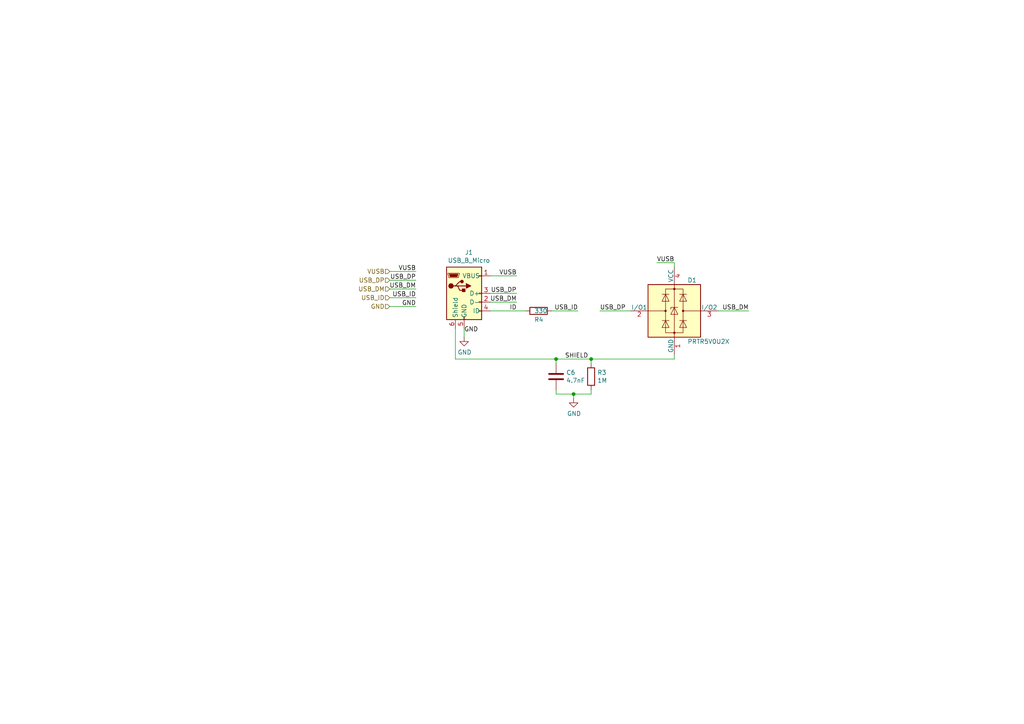
<source format=kicad_sch>
(kicad_sch (version 20200512) (host eeschema "5.99.0-unknown-57e35c9~88~ubuntu19.10.1")
  (page 2 7)
  (paper "A4")
  (lib_symbols
    (symbol "Connector:USB_B_Micro"
      (property "Reference" "J" (at -5.08 11.43 0))
      (property "Value" "USB_B_Micro" (at -5.08 8.89 0))
      (symbol "USB_B_Micro_0_1"
        (circle (center -3.81 2.159) (radius 0.635) (stroke (width 0.254)) (fill (type outline)))
        (circle (center -0.635 3.429) (radius 0.381) (stroke (width 0.254)) (fill (type outline)))
        (rectangle (start -5.08 -7.62) (end 5.08 7.62) (stroke (width 0.254)) (fill (type background)))
        (rectangle (start -0.127 -7.62) (end 0.127 -6.858))
        (rectangle (start 0.254 1.27) (end -0.508 0.508) (stroke (width 0.254)) (fill (type outline)))
        (rectangle (start 5.08 -5.207) (end 4.318 -4.953))
        (rectangle (start 5.08 -2.667) (end 4.318 -2.413))
        (rectangle (start 5.08 -0.127) (end 4.318 0.127))
        (rectangle (start 5.08 4.953) (end 4.318 5.207))
        (polyline (pts (xy -1.905 2.159) (xy 0.635 2.159)) (stroke (width 0.254)))
        (polyline (pts (xy -3.175 2.159) (xy -2.54 2.159) (xy -1.27 3.429) (xy -0.635 3.429)) (stroke (width 0.254)))
        (polyline (pts (xy -2.54 2.159) (xy -1.905 2.159) (xy -1.27 0.889) (xy 0 0.889)) (stroke (width 0.254)))
        (polyline (pts (xy 0.635 2.794) (xy 0.635 1.524) (xy 1.905 2.159) (xy 0.635 2.794)) (stroke (width 0.254)) (fill (type outline)))
        (polyline (pts (xy -4.318 5.588) (xy -1.778 5.588) (xy -2.032 4.826) (xy -4.064 4.826) (xy -4.318 5.588)) (fill (type outline)))
        (polyline (pts (xy -4.699 5.842) (xy -4.699 5.588) (xy -4.445 4.826) (xy -4.445 4.572) (xy -1.651 4.572) (xy -1.651 4.826) (xy -1.397 5.588) (xy -1.397 5.842) (xy -4.699 5.842)))
      )
      (symbol "USB_B_Micro_1_1"
        (pin power_out line (at 7.62 5.08 180) (length 2.54) (name "VBUS") (number "1"))
        (pin passive line (at 7.62 -2.54 180) (length 2.54) (name "D-") (number "2"))
        (pin passive line (at 7.62 0 180) (length 2.54) (name "D+") (number "3"))
        (pin passive line (at 7.62 -5.08 180) (length 2.54) (name "ID") (number "4"))
        (pin power_out line (at 0 -10.16 90) (length 2.54) (name "GND") (number "5"))
        (pin passive line (at -2.54 -10.16 90) (length 2.54) (name "Shield") (number "6"))
      )
    )
    (symbol "Device:C" (pin_numbers hide) (pin_names (offset 0.254))
      (property "Reference" "C" (at 0.635 2.54 0))
      (property "Value" "C" (at 0.635 -2.54 0))
      (symbol "C_0_1"
        (polyline (pts (xy -2.032 -0.762) (xy 2.032 -0.762)) (stroke (width 0.508)))
        (polyline (pts (xy -2.032 0.762) (xy 2.032 0.762)) (stroke (width 0.508)))
      )
      (symbol "C_1_1"
        (pin passive line (at 0 3.81 270) (length 2.794) (name "~") (number "1"))
        (pin passive line (at 0 -3.81 90) (length 2.794) (name "~") (number "2"))
      )
    )
    (symbol "Device:R" (pin_numbers hide) (pin_names (offset 0))
      (property "Reference" "R" (at 2.032 0 90))
      (property "Value" "R" (at 0 0 90))
      (symbol "R_0_1"
        (rectangle (start -1.016 -2.54) (end 1.016 2.54) (stroke (width 0.254)))
      )
      (symbol "R_1_1"
        (pin passive line (at 0 3.81 270) (length 1.27) (name "~") (number "1"))
        (pin passive line (at 0 -3.81 90) (length 1.27) (name "~") (number "2"))
      )
    )
    (symbol "Power_Protection:PRTR5V0U2X" (pin_names (offset 0))
      (property "Reference" "D" (at 2.794 8.636 0))
      (property "Value" "PRTR5V0U2X" (at 8.128 -9.398 0))
      (symbol "PRTR5V0U2X_0_1"
        (circle (center -2.54 0) (radius 0.254) (fill (type outline)))
        (circle (center 0 -6.35) (radius 0.254) (fill (type outline)))
        (circle (center 0 6.35) (radius 0.254) (fill (type outline)))
        (circle (center 2.54 0) (radius 0.254) (fill (type outline)))
        (rectangle (start -7.62 -7.62) (end 7.62 7.62) (stroke (width 0.254)) (fill (type background)))
        (rectangle (start -2.54 6.35) (end 2.54 -6.35))
        (polyline (pts (xy -2.54 0) (xy -7.62 0)))
        (polyline (pts (xy -1.524 -2.794) (xy -3.556 -2.794)))
        (polyline (pts (xy -1.524 4.826) (xy -3.556 4.826)))
        (polyline (pts (xy 0 -7.62) (xy 0 7.62)))
        (polyline (pts (xy 1.524 -2.794) (xy 3.556 -2.794)))
        (polyline (pts (xy 1.524 4.826) (xy 3.556 4.826)))
        (polyline (pts (xy 2.54 0) (xy 7.62 0)))
        (polyline (pts (xy 1.016 1.016) (xy -1.016 1.016) (xy -1.016 0.508)))
        (polyline (pts (xy -3.556 -4.826) (xy -1.524 -4.826) (xy -2.54 -2.794) (xy -3.556 -4.826)))
        (polyline (pts (xy -3.556 2.794) (xy -1.524 2.794) (xy -2.54 4.826) (xy -3.556 2.794)))
        (polyline (pts (xy -1.016 -1.016) (xy 1.016 -1.016) (xy 0 1.016) (xy -1.016 -1.016)))
        (polyline (pts (xy 3.556 -4.826) (xy 1.524 -4.826) (xy 2.54 -2.794) (xy 3.556 -4.826)))
        (polyline (pts (xy 3.556 2.794) (xy 1.524 2.794) (xy 2.54 4.826) (xy 3.556 2.794)))
      )
      (symbol "PRTR5V0U2X_1_1"
        (pin passive line (at 0 -12.7 90) (length 5.08) (name "GND") (number "1"))
        (pin passive line (at -12.7 0 0) (length 5.08) (name "I/O1") (number "2"))
        (pin passive line (at 12.7 0 180) (length 5.08) (name "I/O2") (number "3"))
        (pin passive line (at 0 12.7 270) (length 5.08) (name "VCC") (number "4"))
      )
    )
    (symbol "power:GND" (power) (pin_names (offset 0))
      (property "Value" "GND" (at 0 -3.81 0))
      (symbol "GND_0_1"
        (polyline (pts (xy 0 0) (xy 0 -1.27) (xy 1.27 -1.27) (xy 0 -2.54) (xy -1.27 -1.27) (xy 0 -1.27)))
      )
      (symbol "GND_1_1"
        (pin power_in line (at 0 0 270) (length 0) hide (name "GND") (number "1"))
      )
    )
  )
  (junction (at 161.29 104.14))
  (junction (at 166.37 114.3))
  (junction (at 171.45 104.14))
  (wire (pts (xy 113.03 78.74) (xy 120.65 78.74)))
  (wire (pts (xy 113.03 83.82) (xy 120.65 83.82)))
  (wire (pts (xy 113.03 86.36) (xy 120.65 86.36)))
  (wire (pts (xy 113.03 88.9) (xy 120.65 88.9)))
  (wire (pts (xy 120.65 81.28) (xy 113.03 81.28)))
  (wire (pts (xy 132.08 95.25) (xy 132.08 104.14)))
  (wire (pts (xy 134.62 95.25) (xy 134.62 97.79)))
  (wire (pts (xy 142.24 80.01) (xy 149.86 80.01)))
  (wire (pts (xy 142.24 85.09) (xy 149.86 85.09)))
  (wire (pts (xy 142.24 87.63) (xy 149.86 87.63)))
  (wire (pts (xy 142.24 90.17) (xy 152.4 90.17)))
  (wire (pts (xy 161.29 104.14) (xy 132.08 104.14)))
  (wire (pts (xy 161.29 104.14) (xy 171.45 104.14)))
  (wire (pts (xy 161.29 105.41) (xy 161.29 104.14)))
  (wire (pts (xy 161.29 113.03) (xy 161.29 114.3)))
  (wire (pts (xy 161.29 114.3) (xy 166.37 114.3)))
  (wire (pts (xy 166.37 114.3) (xy 166.37 115.57)))
  (wire (pts (xy 166.37 114.3) (xy 171.45 114.3)))
  (wire (pts (xy 167.64 90.17) (xy 160.02 90.17)))
  (wire (pts (xy 171.45 104.14) (xy 171.45 105.41)))
  (wire (pts (xy 171.45 104.14) (xy 195.58 104.14)))
  (wire (pts (xy 171.45 114.3) (xy 171.45 113.03)))
  (wire (pts (xy 182.88 90.17) (xy 173.99 90.17)))
  (wire (pts (xy 195.58 76.2) (xy 190.5 76.2)))
  (wire (pts (xy 195.58 77.47) (xy 195.58 76.2)))
  (wire (pts (xy 195.58 104.14) (xy 195.58 102.87)))
  (wire (pts (xy 208.28 90.17) (xy 217.17 90.17)))
  (label "VUSB" (at 120.65 78.74 180))
  (label "USB_DP" (at 120.65 81.28 180))
  (label "USB_DM" (at 120.65 83.82 180))
  (label "USB_ID" (at 120.65 86.36 180))
  (label "GND" (at 120.65 88.9 180))
  (label "GND" (at 134.62 96.52 0))
  (label "VUSB" (at 149.86 80.01 180))
  (label "USB_DP" (at 149.86 85.09 180))
  (label "USB_DM" (at 149.86 87.63 180))
  (label "ID" (at 149.86 90.17 180))
  (label "SHIELD" (at 163.83 104.14 0))
  (label "USB_ID" (at 167.64 90.17 180))
  (label "USB_DP" (at 173.99 90.17 0))
  (label "VUSB" (at 190.5 76.2 0))
  (label "USB_DM" (at 217.17 90.17 180))
  (hierarchical_label "VUSB" (shape input) (at 113.03 78.74 180))
  (hierarchical_label "USB_DP" (shape input) (at 113.03 81.28 180))
  (hierarchical_label "USB_DM" (shape input) (at 113.03 83.82 180))
  (hierarchical_label "USB_ID" (shape input) (at 113.03 86.36 180))
  (hierarchical_label "GND" (shape input) (at 113.03 88.9 180))
  (symbol (lib_id "power:GND") (at 134.62 97.79 0) (unit 1)
    (property "Reference" "#PWR0102" (effects hide))
    (property "Value" "GND" (at 134.747 102.1842 0))
  )
  (symbol (lib_id "power:GND") (at 166.37 115.57 0) (unit 1)
    (property "Reference" "#PWR0103" (effects hide))
    (property "Value" "GND" (at 166.497 119.9642 0))
  )
  (symbol (lib_id "Device:R") (at 156.21 90.17 270) (unit 1)
    (property "Reference" "R4" (at 154.94 92.71 90) (effects (justify left)))
    (property "Value" "330" (at 154.94 90.17 90) (effects (justify left)))
    (property "Footprint" "Resistor_SMD:R_0603_1608Metric_Pad1.05x0.95mm_HandSolder" (effects hide))
  )
  (symbol (lib_id "Device:R") (at 171.45 109.22 0) (unit 1)
    (property "Reference" "R3" (at 173.228 108.0516 0) (effects (justify left)))
    (property "Value" "1M" (at 173.228 110.363 0) (effects (justify left)))
    (property "Footprint" "Resistor_SMD:R_0603_1608Metric_Pad1.05x0.95mm_HandSolder" (effects hide))
  )
  (symbol (lib_id "Device:C") (at 161.29 109.22 0) (unit 1)
    (property "Reference" "C6" (at 164.211 108.0516 0) (effects (justify left)))
    (property "Value" "4.7nF" (at 164.211 110.363 0) (effects (justify left)))
    (property "Footprint" "Capacitor_SMD:C_0603_1608Metric_Pad1.05x0.95mm_HandSolder" (effects hide))
  )
  (symbol (lib_id "Connector:USB_B_Micro") (at 134.62 85.09 0) (unit 1)
    (property "Reference" "J1" (at 136.017 73.2282 0))
    (property "Value" "USB_B_Micro" (at 136.017 75.5396 0))
    (property "Footprint" "Connector_USB:USB_Micro-B_Molex_47346-0001" (effects hide))
  )
  (symbol (lib_id "Power_Protection:PRTR5V0U2X") (at 195.58 90.17 0) (unit 1)
    (property "Reference" "D1" (at 199.39 81.28 0) (effects (justify left)))
    (property "Value" "PRTR5V0U2X" (at 199.39 99.06 0) (effects (justify left)))
    (property "Footprint" "Package_TO_SOT_SMD:SOT-143" (effects hide))
    (property "Datasheet" "https://assets.nexperia.com/documents/data-sheet/PRTR5V0U2X.pdf" (effects hide))
  )
)
</source>
